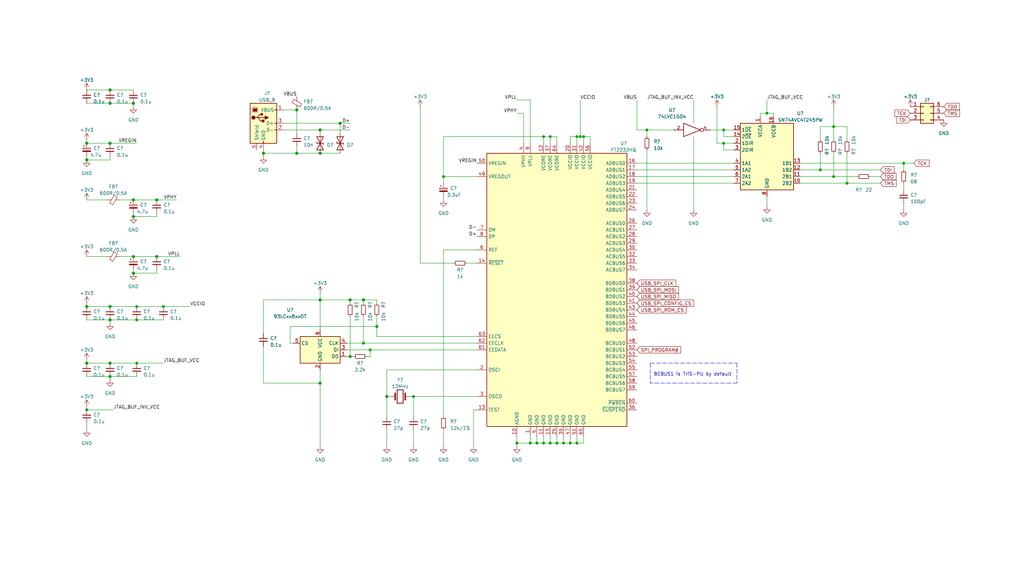
<source format=kicad_sch>
(kicad_sch (version 20210126) (generator eeschema)
  (paper "User" 389.992 219.989)
  (title_block (title "JTAG interface") (date "2021-04-24") (rev "A"))
  (lib_symbols
    (symbol "74xGxx:74LVC1G04" (pin_names (offset 1.016))
      (property "Reference" "U" (at -2.54 3.81 0))
      (property "Value" "74LVC1G04" (at 0 -3.81 0))
      (symbol "74LVC1G04_0_1"
        (polyline (pts (xy -3.81 2.54) (xy -3.81 -2.54) (xy 2.54 0) (xy -3.81 2.54)) (stroke (width 0.254)))
      )
      (symbol "74LVC1G04_1_1"
        (pin input line (at -7.62 0 0) (length 3.81) (name "~") (number "2"))
        (pin power_in line (at 0 -2.54 270) (length 0) hide (name "GND") (number "3"))
        (pin output inverted (at 6.35 0 180) (length 3.81) (name "~") (number "4"))
        (pin power_in line (at 0 2.54 90) (length 0) hide (name "VCC") (number "5"))
      )
    )
    (symbol "Connector:USB_B" (pin_names (offset 1.016))
      (property "Reference" "J" (at -5.08 11.43 0))
      (property "Value" "USB_B" (at -5.08 8.89 0))
      (symbol "USB_B_0_1"
        (circle (center -3.81 2.159) (radius 0.635) (stroke (width 0.254)) (fill (type outline)))
        (circle (center -0.635 3.429) (radius 0.381) (stroke (width 0.254)) (fill (type outline)))
        (rectangle (start -0.127 -7.62) (end 0.127 -6.858))
        (rectangle (start 5.08 -2.667) (end 4.318 -2.413))
        (rectangle (start 5.08 -0.127) (end 4.318 0.127))
        (rectangle (start 5.08 4.953) (end 4.318 5.207))
        (rectangle (start -3.81 5.588) (end -2.54 4.572) (fill (type outline)))
        (rectangle (start 0.254 1.27) (end -0.508 0.508) (stroke (width 0.254)) (fill (type outline)))
        (rectangle (start -5.08 -7.62) (end 5.08 7.62) (stroke (width 0.254)) (fill (type background)))
        (polyline (pts (xy -1.905 2.159) (xy 0.635 2.159)) (stroke (width 0.254)))
        (polyline (pts (xy -3.175 2.159) (xy -2.54 2.159) (xy -1.27 3.429) (xy -0.635 3.429)) (stroke (width 0.254)))
        (polyline (pts (xy -2.54 2.159) (xy -1.905 2.159) (xy -1.27 0.889) (xy 0 0.889)) (stroke (width 0.254)))
        (polyline (pts (xy -4.064 4.318) (xy -2.286 4.318) (xy -2.286 5.715) (xy -2.667 6.096) (xy -3.683 6.096) (xy -4.064 5.715) (xy -4.064 4.318)))
        (polyline (pts (xy 0.635 2.794) (xy 0.635 1.524) (xy 1.905 2.159) (xy 0.635 2.794)) (stroke (width 0.254)) (fill (type outline)))
      )
      (symbol "USB_B_1_1"
        (pin power_out line (at 7.62 5.08 180) (length 2.54) (name "VBUS") (number "1"))
        (pin bidirectional line (at 7.62 -2.54 180) (length 2.54) (name "D-") (number "2"))
        (pin bidirectional line (at 7.62 0 180) (length 2.54) (name "D+") (number "3"))
        (pin power_out line (at 0 -10.16 90) (length 2.54) (name "GND") (number "4"))
        (pin passive line (at -2.54 -10.16 90) (length 2.54) (name "Shield") (number "5"))
      )
    )
    (symbol "Connector_Generic:Conn_02x03_Counter_Clockwise" (pin_names (offset 1.016) hide)
      (property "Reference" "J" (at 1.27 5.08 0))
      (property "Value" "Conn_02x03_Counter_Clockwise" (at 1.27 -5.08 0))
      (symbol "Conn_02x03_Counter_Clockwise_1_1"
        (rectangle (start -1.27 -2.413) (end 0 -2.667) (stroke (width 0.1524)))
        (rectangle (start -1.27 0.127) (end 0 -0.127) (stroke (width 0.1524)))
        (rectangle (start -1.27 2.667) (end 0 2.413) (stroke (width 0.1524)))
        (rectangle (start 3.81 -2.413) (end 2.54 -2.667) (stroke (width 0.1524)))
        (rectangle (start 3.81 0.127) (end 2.54 -0.127) (stroke (width 0.1524)))
        (rectangle (start 3.81 2.667) (end 2.54 2.413) (stroke (width 0.1524)))
        (rectangle (start -1.27 3.81) (end 3.81 -3.81) (stroke (width 0.254)) (fill (type background)))
        (pin passive line (at -5.08 2.54 0) (length 3.81) (name "Pin_1") (number "1"))
        (pin passive line (at -5.08 0 0) (length 3.81) (name "Pin_2") (number "2"))
        (pin passive line (at -5.08 -2.54 0) (length 3.81) (name "Pin_3") (number "3"))
        (pin passive line (at 7.62 -2.54 180) (length 3.81) (name "Pin_4") (number "4"))
        (pin passive line (at 7.62 0 180) (length 3.81) (name "Pin_5") (number "5"))
        (pin passive line (at 7.62 2.54 180) (length 3.81) (name "Pin_6") (number "6"))
      )
    )
    (symbol "Device:C_Polarized_Small" (pin_numbers hide) (pin_names (offset 0.254) hide)
      (property "Reference" "C" (at 0.254 1.778 0))
      (property "Value" "C_Polarized_Small" (at 0.254 -2.032 0))
      (symbol "C_Polarized_Small_0_1"
        (rectangle (start -1.524 0.6858) (end 1.524 0.3048))
        (rectangle (start -1.524 -0.3048) (end 1.524 -0.6858) (fill (type outline)))
        (polyline (pts (xy -1.27 1.524) (xy -0.762 1.524)))
        (polyline (pts (xy -1.016 1.27) (xy -1.016 1.778)))
      )
      (symbol "C_Polarized_Small_1_1"
        (pin passive line (at 0 2.54 270) (length 1.8542) (name "~") (number "1"))
        (pin passive line (at 0 -2.54 90) (length 1.8542) (name "~") (number "2"))
      )
    )
    (symbol "Device:C_Small" (pin_numbers hide) (pin_names (offset 0.254) hide)
      (property "Reference" "C" (at 0.254 1.778 0))
      (property "Value" "C_Small" (at 0.254 -2.032 0))
      (symbol "C_Small_0_1"
        (polyline (pts (xy -1.524 -0.508) (xy 1.524 -0.508)) (stroke (width 0.3302)))
        (polyline (pts (xy -1.524 0.508) (xy 1.524 0.508)) (stroke (width 0.3048)))
      )
      (symbol "C_Small_1_1"
        (pin passive line (at 0 2.54 270) (length 2.032) (name "~") (number "1"))
        (pin passive line (at 0 -2.54 90) (length 2.032) (name "~") (number "2"))
      )
    )
    (symbol "Device:Crystal" (pin_numbers hide) (pin_names (offset 1.016) hide)
      (property "Reference" "Y" (at 0 3.81 0))
      (property "Value" "Crystal" (at 0 -3.81 0))
      (symbol "Crystal_0_1"
        (rectangle (start -1.143 2.54) (end 1.143 -2.54) (stroke (width 0.3048)))
        (polyline (pts (xy -2.54 0) (xy -1.905 0)))
        (polyline (pts (xy -1.905 -1.27) (xy -1.905 1.27)) (stroke (width 0.508)))
        (polyline (pts (xy 1.905 -1.27) (xy 1.905 1.27)) (stroke (width 0.508)))
        (polyline (pts (xy 2.54 0) (xy 1.905 0)))
      )
      (symbol "Crystal_1_1"
        (pin passive line (at -3.81 0 0) (length 1.27) (name "1") (number "1"))
        (pin passive line (at 3.81 0 180) (length 1.27) (name "2") (number "2"))
      )
    )
    (symbol "Device:D_TVS" (pin_numbers hide) (pin_names (offset 1.016) hide)
      (property "Reference" "D" (at 0 2.54 0))
      (property "Value" "D_TVS" (at 0 -2.54 0))
      (symbol "D_TVS_0_1"
        (polyline (pts (xy 1.27 0) (xy -1.27 0)))
        (polyline (pts (xy 0.508 1.27) (xy 0 1.27) (xy 0 -1.27) (xy -0.508 -1.27)) (stroke (width 0.254)))
        (polyline (pts (xy -2.54 1.27) (xy -2.54 -1.27) (xy 2.54 1.27) (xy 2.54 -1.27) (xy -2.54 1.27)) (stroke (width 0.254)))
      )
      (symbol "D_TVS_1_1"
        (pin passive line (at -3.81 0 0) (length 2.54) (name "A1") (number "1"))
        (pin passive line (at 3.81 0 180) (length 2.54) (name "A2") (number "2"))
      )
    )
    (symbol "Device:FerriteBead_Small" (pin_numbers hide) (pin_names (offset 0))
      (property "Reference" "FB" (at 1.905 1.27 0))
      (property "Value" "FerriteBead_Small" (at 1.905 -1.27 0))
      (symbol "FerriteBead_Small_0_1"
        (polyline (pts (xy 0 -1.27) (xy 0 -0.7874)))
        (polyline (pts (xy 0 0.889) (xy 0 1.2954)))
        (polyline (pts (xy -1.8288 0.2794) (xy -1.1176 1.4986) (xy 1.8288 -0.2032) (xy 1.1176 -1.4224) (xy -1.8288 0.2794)))
      )
      (symbol "FerriteBead_Small_1_1"
        (pin passive line (at 0 2.54 270) (length 1.27) (name "~") (number "1"))
        (pin passive line (at 0 -2.54 90) (length 1.27) (name "~") (number "2"))
      )
    )
    (symbol "Device:R_Small" (pin_numbers hide) (pin_names (offset 0.254) hide)
      (property "Reference" "R" (at 0.762 0.508 0))
      (property "Value" "R_Small" (at 0.762 -1.016 0))
      (symbol "R_Small_0_1"
        (rectangle (start -0.762 1.778) (end 0.762 -1.778) (stroke (width 0.2032)))
      )
      (symbol "R_Small_1_1"
        (pin passive line (at 0 2.54 270) (length 0.762) (name "~") (number "1"))
        (pin passive line (at 0 -2.54 90) (length 0.762) (name "~") (number "2"))
      )
    )
    (symbol "Interface_USB:FT2232HQ"
      (property "Reference" "U" (at -26.67 53.34 0))
      (property "Value" "FT2232HQ" (at 19.05 53.34 0))
      (symbol "FT2232HQ_0_1"
        (rectangle (start -26.67 -52.07) (end 26.67 52.07) (stroke (width 0.254)) (fill (type background)))
      )
      (symbol "FT2232HQ_1_1"
        (pin power_in line (at -10.16 -55.88 90) (length 3.81) (name "GND") (number "1"))
        (pin power_in line (at -15.24 -55.88 90) (length 3.81) (name "AGND") (number "10"))
        (pin power_in line (at -5.08 -55.88 90) (length 3.81) (name "GND") (number "11"))
        (pin power_in line (at -5.08 55.88 270) (length 3.81) (name "VCORE") (number "12"))
        (pin input line (at -30.48 -45.72 0) (length 3.81) (name "TEST") (number "13"))
        (pin input line (at -30.48 10.16 0) (length 3.81) (name "~RESET") (number "14"))
        (pin power_in line (at -2.54 -55.88 90) (length 3.81) (name "GND") (number "15"))
        (pin bidirectional line (at 30.48 48.26 180) (length 3.81) (name "ADBUS0") (number "16"))
        (pin bidirectional line (at 30.48 45.72 180) (length 3.81) (name "ADBUS1") (number "17"))
        (pin bidirectional line (at 30.48 43.18 180) (length 3.81) (name "ADBUS2") (number "18"))
        (pin bidirectional line (at 30.48 40.64 180) (length 3.81) (name "ADBUS3") (number "19"))
        (pin input line (at -30.48 -30.48 0) (length 3.81) (name "OSCI") (number "2"))
        (pin power_in line (at 5.08 55.88 270) (length 3.81) (name "VCCIO") (number "20"))
        (pin bidirectional line (at 30.48 38.1 180) (length 3.81) (name "ADBUS4") (number "21"))
        (pin bidirectional line (at 30.48 35.56 180) (length 3.81) (name "ADBUS5") (number "22"))
        (pin bidirectional line (at 30.48 33.02 180) (length 3.81) (name "ADBUS6") (number "23"))
        (pin bidirectional line (at 30.48 30.48 180) (length 3.81) (name "ADBUS7") (number "24"))
        (pin power_in line (at 0 -55.88 90) (length 3.81) (name "GND") (number "25"))
        (pin bidirectional line (at 30.48 25.4 180) (length 3.81) (name "ACBUS0") (number "26"))
        (pin bidirectional line (at 30.48 22.86 180) (length 3.81) (name "ACBUS1") (number "27"))
        (pin bidirectional line (at 30.48 20.32 180) (length 3.81) (name "ACBUS2") (number "28"))
        (pin bidirectional line (at 30.48 17.78 180) (length 3.81) (name "ACBUS3") (number "29"))
        (pin output line (at -30.48 -40.64 0) (length 3.81) (name "OSCO") (number "3"))
        (pin bidirectional line (at 30.48 15.24 180) (length 3.81) (name "ACBUS4") (number "30"))
        (pin power_in line (at 7.62 55.88 270) (length 3.81) (name "VCCIO") (number "31"))
        (pin bidirectional line (at 30.48 12.7 180) (length 3.81) (name "ACBUS5") (number "32"))
        (pin bidirectional line (at 30.48 10.16 180) (length 3.81) (name "ACBUS6") (number "33"))
        (pin bidirectional line (at 30.48 7.62 180) (length 3.81) (name "ACBUS7") (number "34"))
        (pin power_in line (at 2.54 -55.88 90) (length 3.81) (name "GND") (number "35"))
        (pin output line (at 30.48 -45.72 180) (length 3.81) (name "~SUSPEND") (number "36"))
        (pin power_in line (at -2.54 55.88 270) (length 3.81) (name "VCORE") (number "37"))
        (pin bidirectional line (at 30.48 2.54 180) (length 3.81) (name "BDBUS0") (number "38"))
        (pin bidirectional line (at 30.48 0 180) (length 3.81) (name "BDBUS1") (number "39"))
        (pin power_in line (at -12.7 55.88 270) (length 3.81) (name "VPHY") (number "4"))
        (pin bidirectional line (at 30.48 -2.54 180) (length 3.81) (name "BDBUS2") (number "40"))
        (pin bidirectional line (at 30.48 -5.08 180) (length 3.81) (name "BDBUS3") (number "41"))
        (pin power_in line (at 10.16 55.88 270) (length 3.81) (name "VCCIO") (number "42"))
        (pin bidirectional line (at 30.48 -7.62 180) (length 3.81) (name "BDBUS4") (number "43"))
        (pin bidirectional line (at 30.48 -10.16 180) (length 3.81) (name "BDBUS5") (number "44"))
        (pin bidirectional line (at 30.48 -12.7 180) (length 3.81) (name "BDBUS6") (number "45"))
        (pin bidirectional line (at 30.48 -15.24 180) (length 3.81) (name "BDBUS7") (number "46"))
        (pin power_in line (at 5.08 -55.88 90) (length 3.81) (name "GND") (number "47"))
        (pin bidirectional line (at 30.48 -20.32 180) (length 3.81) (name "BCBUS0") (number "48"))
        (pin power_out line (at -30.48 43.18 0) (length 3.81) (name "VREGOUT") (number "49"))
        (pin power_in line (at -7.62 -55.88 90) (length 3.81) (name "GND") (number "5"))
        (pin power_in line (at -30.48 48.26 0) (length 3.81) (name "VREGIN") (number "50"))
        (pin power_in line (at 7.62 -55.88 90) (length 3.81) (name "GND") (number "51"))
        (pin bidirectional line (at 30.48 -22.86 180) (length 3.81) (name "BCBUS1") (number "52"))
        (pin bidirectional line (at 30.48 -25.4 180) (length 3.81) (name "BCBUS2") (number "53"))
        (pin bidirectional line (at 30.48 -27.94 180) (length 3.81) (name "BCBUS3") (number "54"))
        (pin bidirectional line (at 30.48 -30.48 180) (length 3.81) (name "BCBUS4") (number "55"))
        (pin power_in line (at 12.7 55.88 270) (length 3.81) (name "VCCIO") (number "56"))
        (pin bidirectional line (at 30.48 -33.02 180) (length 3.81) (name "BCBUS5") (number "57"))
        (pin bidirectional line (at 30.48 -35.56 180) (length 3.81) (name "BCBUS6") (number "58"))
        (pin bidirectional line (at 30.48 -38.1 180) (length 3.81) (name "BCBUS7") (number "59"))
        (pin output line (at -30.48 15.24 0) (length 3.81) (name "REF") (number "6"))
        (pin output line (at 30.48 -43.18 180) (length 3.81) (name "~PWREN") (number "60"))
        (pin bidirectional line (at -30.48 -22.86 0) (length 3.81) (name "EEDATA") (number "61"))
        (pin output line (at -30.48 -20.32 0) (length 3.81) (name "EECLK") (number "62"))
        (pin output line (at -30.48 -17.78 0) (length 3.81) (name "EECS") (number "63"))
        (pin power_in line (at 0 55.88 270) (length 3.81) (name "VCORE") (number "64"))
        (pin power_in line (at 10.16 -55.88 90) (length 3.81) (name "GND") (number "65"))
        (pin bidirectional line (at -30.48 22.86 0) (length 3.81) (name "DM") (number "7"))
        (pin bidirectional line (at -30.48 20.32 0) (length 3.81) (name "DP") (number "8"))
        (pin input line (at -10.16 55.88 270) (length 3.81) (name "VPLL") (number "9"))
      )
    )
    (symbol "Logic_LevelTranslator:SN74AVC4T245PW"
      (property "Reference" "U" (at -8.89 13.97 0))
      (property "Value" "SN74AVC4T245PW" (at 12.7 13.97 0))
      (symbol "SN74AVC4T245PW_0_1"
        (rectangle (start -10.16 12.7) (end 10.16 -12.7) (stroke (width 0.254)) (fill (type background)))
      )
      (symbol "SN74AVC4T245PW_1_1"
        (pin power_in line (at -2.54 15.24 270) (length 2.54) (name "VCCA") (number "1"))
        (pin bidirectional line (at 12.7 -10.16 180) (length 2.54) (name "2B2") (number "10"))
        (pin bidirectional line (at 12.7 -7.62 180) (length 2.54) (name "2B1") (number "11"))
        (pin bidirectional line (at 12.7 -5.08 180) (length 2.54) (name "1B2") (number "12"))
        (pin bidirectional line (at 12.7 -2.54 180) (length 2.54) (name "1B1") (number "13"))
        (pin input line (at -12.7 7.62 0) (length 2.54) (name "2~OE") (number "14"))
        (pin input line (at -12.7 10.16 0) (length 2.54) (name "1~OE") (number "15"))
        (pin power_in line (at 2.54 15.24 270) (length 2.54) (name "VCCB") (number "16"))
        (pin input line (at -12.7 5.08 0) (length 2.54) (name "1DIR") (number "2"))
        (pin input line (at -12.7 2.54 0) (length 2.54) (name "2DIR") (number "3"))
        (pin bidirectional line (at -12.7 -2.54 0) (length 2.54) (name "1A1") (number "4"))
        (pin bidirectional line (at -12.7 -5.08 0) (length 2.54) (name "1A2") (number "5"))
        (pin bidirectional line (at -12.7 -7.62 0) (length 2.54) (name "2A1") (number "6"))
        (pin bidirectional line (at -12.7 -10.16 0) (length 2.54) (name "2A2") (number "7"))
        (pin power_in line (at 0 -15.24 90) (length 2.54) (name "GND") (number "8"))
        (pin passive line (at 0 -15.24 90) (length 2.54) hide (name "GND") (number "9"))
      )
    )
    (symbol "Memory_EEPROM:93LCxxBxxOT"
      (property "Reference" "U" (at -6.35 6.35 0))
      (property "Value" "93LCxxBxxOT" (at 7.62 -6.35 0))
      (symbol "93LCxxBxxOT_0_1"
        (rectangle (start -7.62 5.08) (end 7.62 -5.08) (stroke (width 0.254)) (fill (type background)))
      )
      (symbol "93LCxxBxxOT_1_1"
        (pin tri_state line (at 10.16 -2.54 180) (length 2.54) (name "DO") (number "1"))
        (pin power_in line (at 0 -7.62 90) (length 2.54) (name "GND") (number "2"))
        (pin input line (at 10.16 0 180) (length 2.54) (name "DI") (number "3"))
        (pin input line (at 10.16 2.54 180) (length 2.54) (name "CLK") (number "4"))
        (pin input line (at -10.16 2.54 0) (length 2.54) (name "CS") (number "5"))
        (pin power_in line (at 0 7.62 270) (length 2.54) (name "VCC") (number "6"))
      )
    )
    (symbol "power:+3V3" (power) (pin_names (offset 0))
      (property "Value" "+3V3" (at 0 3.556 0))
      (symbol "+3V3_0_1"
        (polyline (pts (xy -0.762 1.27) (xy 0 2.54)))
        (polyline (pts (xy 0 0) (xy 0 2.54)))
        (polyline (pts (xy 0 2.54) (xy 0.762 1.27)))
      )
      (symbol "+3V3_1_1"
        (pin power_in line (at 0 0 90) (length 0) hide (name "+3V3") (number "1"))
      )
    )
    (symbol "power:GND" (power) (pin_names (offset 0))
      (property "Value" "GND" (at 0 -3.81 0))
      (symbol "GND_0_1"
        (polyline (pts (xy 0 0) (xy 0 -1.27) (xy 1.27 -1.27) (xy 0 -2.54) (xy -1.27 -1.27) (xy 0 -1.27)))
      )
      (symbol "GND_1_1"
        (pin power_in line (at 0 0 270) (length 0) hide (name "GND") (number "1"))
      )
    )
  )
  (junction (at 33.02 54.61) (diameter 1.016))
  (junction (at 33.02 60.96) (diameter 1.016))
  (junction (at 33.02 116.84) (diameter 1.016))
  (junction (at 33.02 138.43) (diameter 1.016))
  (junction (at 33.02 156.21) (diameter 0.9144))
  (junction (at 41.91 34.29) (diameter 1.016))
  (junction (at 41.91 39.37) (diameter 1.016))
  (junction (at 41.91 54.61) (diameter 1.016))
  (junction (at 41.91 116.84) (diameter 1.016))
  (junction (at 41.91 121.92) (diameter 1.016))
  (junction (at 41.91 138.43) (diameter 1.016))
  (junction (at 41.91 143.51) (diameter 1.016))
  (junction (at 50.8 39.37) (diameter 1.016))
  (junction (at 50.8 76.2) (diameter 1.016))
  (junction (at 50.8 82.55) (diameter 1.016))
  (junction (at 50.8 97.79) (diameter 1.016))
  (junction (at 50.8 104.14) (diameter 1.016))
  (junction (at 52.07 116.84) (diameter 0.9144))
  (junction (at 52.07 121.92) (diameter 0.9144))
  (junction (at 52.07 138.43) (diameter 0.9144))
  (junction (at 59.69 76.2) (diameter 1.016))
  (junction (at 59.69 97.79) (diameter 1.016))
  (junction (at 62.23 116.84) (diameter 0.9144))
  (junction (at 100.33 58.42) (diameter 1.016))
  (junction (at 113.03 41.91) (diameter 1.016))
  (junction (at 113.03 58.42) (diameter 1.016))
  (junction (at 121.92 49.53) (diameter 1.016))
  (junction (at 121.92 58.42) (diameter 1.016))
  (junction (at 121.92 114.3) (diameter 1.016))
  (junction (at 121.92 146.05) (diameter 1.016))
  (junction (at 129.54 46.99) (diameter 1.016))
  (junction (at 133.35 114.3) (diameter 1.016))
  (junction (at 133.35 135.89) (diameter 1.016))
  (junction (at 138.43 114.3) (diameter 1.016))
  (junction (at 138.43 130.81) (diameter 0.9144))
  (junction (at 140.97 133.35) (diameter 0.9144))
  (junction (at 143.51 124.46) (diameter 1.016))
  (junction (at 147.32 151.13) (diameter 1.016))
  (junction (at 157.48 151.13) (diameter 0.9144))
  (junction (at 168.91 67.31) (diameter 0.9144))
  (junction (at 196.85 168.91) (diameter 0.9144))
  (junction (at 201.93 168.91) (diameter 0.9144))
  (junction (at 204.47 168.91) (diameter 0.9144))
  (junction (at 207.01 52.07) (diameter 0.9144))
  (junction (at 207.01 168.91) (diameter 0.9144))
  (junction (at 209.55 52.07) (diameter 0.9144))
  (junction (at 209.55 168.91) (diameter 0.9144))
  (junction (at 212.09 168.91) (diameter 0.9144))
  (junction (at 214.63 168.91) (diameter 0.9144))
  (junction (at 217.17 168.91) (diameter 0.9144))
  (junction (at 219.71 52.07) (diameter 0.9144))
  (junction (at 219.71 168.91) (diameter 0.9144))
  (junction (at 220.98 52.07) (diameter 0.9144))
  (junction (at 222.25 52.07) (diameter 0.9144))
  (junction (at 246.38 49.53) (diameter 0.9144))
  (junction (at 275.59 49.53) (diameter 0.9144))
  (junction (at 275.59 54.61) (diameter 0.9144))
  (junction (at 292.1 43.18) (diameter 0.9144))
  (junction (at 312.42 64.77) (diameter 0.9144))
  (junction (at 317.5 48.26) (diameter 0.9144))
  (junction (at 317.5 67.31) (diameter 0.9144))
  (junction (at 322.58 69.85) (diameter 0.9144))
  (junction (at 344.17 62.23) (diameter 0.9144))
  (wire (pts (xy 33.02 34.29) (xy 41.91 34.29)))
  (wire (pts (xy 33.02 39.37) (xy 41.91 39.37)))
  (wire (pts (xy 33.02 53.34) (xy 33.02 54.61)))
  (wire (pts (xy 33.02 54.61) (xy 41.91 54.61)))
  (wire (pts (xy 33.02 59.69) (xy 33.02 60.96)))
  (wire (pts (xy 33.02 76.2) (xy 40.64 76.2)))
  (wire (pts (xy 33.02 97.79) (xy 40.64 97.79)))
  (wire (pts (xy 33.02 115.57) (xy 33.02 116.84)))
  (wire (pts (xy 33.02 116.84) (xy 41.91 116.84)))
  (wire (pts (xy 33.02 121.92) (xy 41.91 121.92)))
  (wire (pts (xy 33.02 137.16) (xy 33.02 138.43)))
  (wire (pts (xy 33.02 138.43) (xy 41.91 138.43)))
  (wire (pts (xy 33.02 143.51) (xy 41.91 143.51)))
  (wire (pts (xy 33.02 154.94) (xy 33.02 156.21)))
  (wire (pts (xy 33.02 156.21) (xy 43.18 156.21)))
  (wire (pts (xy 33.02 161.29) (xy 33.02 163.83)))
  (wire (pts (xy 41.91 34.29) (xy 50.8 34.29)))
  (wire (pts (xy 41.91 39.37) (xy 50.8 39.37)))
  (wire (pts (xy 41.91 54.61) (xy 52.07 54.61)))
  (wire (pts (xy 41.91 59.69) (xy 41.91 60.96)))
  (wire (pts (xy 41.91 60.96) (xy 33.02 60.96)))
  (wire (pts (xy 41.91 116.84) (xy 52.07 116.84)))
  (wire (pts (xy 41.91 121.92) (xy 41.91 123.19)))
  (wire (pts (xy 41.91 121.92) (xy 52.07 121.92)))
  (wire (pts (xy 41.91 138.43) (xy 52.07 138.43)))
  (wire (pts (xy 41.91 143.51) (xy 41.91 144.78)))
  (wire (pts (xy 41.91 143.51) (xy 52.07 143.51)))
  (wire (pts (xy 45.72 76.2) (xy 50.8 76.2)))
  (wire (pts (xy 45.72 97.79) (xy 50.8 97.79)))
  (wire (pts (xy 50.8 39.37) (xy 50.8 40.64)))
  (wire (pts (xy 50.8 76.2) (xy 59.69 76.2)))
  (wire (pts (xy 50.8 81.28) (xy 50.8 82.55)))
  (wire (pts (xy 50.8 97.79) (xy 59.69 97.79)))
  (wire (pts (xy 50.8 102.87) (xy 50.8 104.14)))
  (wire (pts (xy 52.07 116.84) (xy 62.23 116.84)))
  (wire (pts (xy 52.07 121.92) (xy 62.23 121.92)))
  (wire (pts (xy 52.07 138.43) (xy 62.23 138.43)))
  (wire (pts (xy 59.69 76.2) (xy 67.31 76.2)))
  (wire (pts (xy 59.69 81.28) (xy 59.69 82.55)))
  (wire (pts (xy 59.69 82.55) (xy 50.8 82.55)))
  (wire (pts (xy 59.69 97.79) (xy 68.58 97.79)))
  (wire (pts (xy 59.69 102.87) (xy 59.69 104.14)))
  (wire (pts (xy 59.69 104.14) (xy 50.8 104.14)))
  (wire (pts (xy 62.23 116.84) (xy 72.39 116.84)))
  (wire (pts (xy 100.33 57.15) (xy 100.33 58.42)))
  (wire (pts (xy 100.33 58.42) (xy 100.33 59.69)))
  (wire (pts (xy 100.33 58.42) (xy 113.03 58.42)))
  (wire (pts (xy 100.33 114.3) (xy 100.33 127)))
  (wire (pts (xy 100.33 114.3) (xy 121.92 114.3)))
  (wire (pts (xy 100.33 132.08) (xy 100.33 146.05)))
  (wire (pts (xy 100.33 146.05) (xy 121.92 146.05)))
  (wire (pts (xy 107.95 41.91) (xy 113.03 41.91)))
  (wire (pts (xy 107.95 46.99) (xy 129.54 46.99)))
  (wire (pts (xy 107.95 49.53) (xy 121.92 49.53)))
  (wire (pts (xy 110.49 124.46) (xy 143.51 124.46)))
  (wire (pts (xy 110.49 130.81) (xy 110.49 124.46)))
  (wire (pts (xy 111.76 130.81) (xy 110.49 130.81)))
  (wire (pts (xy 113.03 41.91) (xy 113.03 50.8)))
  (wire (pts (xy 113.03 55.88) (xy 113.03 58.42)))
  (wire (pts (xy 113.03 58.42) (xy 121.92 58.42)))
  (wire (pts (xy 121.92 49.53) (xy 121.92 50.8)))
  (wire (pts (xy 121.92 49.53) (xy 133.35 49.53)))
  (wire (pts (xy 121.92 58.42) (xy 129.54 58.42)))
  (wire (pts (xy 121.92 111.76) (xy 121.92 114.3)))
  (wire (pts (xy 121.92 114.3) (xy 121.92 125.73)))
  (wire (pts (xy 121.92 114.3) (xy 133.35 114.3)))
  (wire (pts (xy 121.92 140.97) (xy 121.92 146.05)))
  (wire (pts (xy 121.92 146.05) (xy 121.92 170.18)))
  (wire (pts (xy 129.54 46.99) (xy 129.54 50.8)))
  (wire (pts (xy 129.54 46.99) (xy 133.35 46.99)))
  (wire (pts (xy 132.08 130.81) (xy 138.43 130.81)))
  (wire (pts (xy 132.08 133.35) (xy 140.97 133.35)))
  (wire (pts (xy 132.08 135.89) (xy 133.35 135.89)))
  (wire (pts (xy 133.35 114.3) (xy 133.35 115.57)))
  (wire (pts (xy 133.35 114.3) (xy 138.43 114.3)))
  (wire (pts (xy 133.35 120.65) (xy 133.35 135.89)))
  (wire (pts (xy 133.35 135.89) (xy 134.62 135.89)))
  (wire (pts (xy 138.43 114.3) (xy 138.43 115.57)))
  (wire (pts (xy 138.43 114.3) (xy 143.51 114.3)))
  (wire (pts (xy 138.43 120.65) (xy 138.43 130.81)))
  (wire (pts (xy 138.43 130.81) (xy 181.61 130.81)))
  (wire (pts (xy 139.7 135.89) (xy 140.97 135.89)))
  (wire (pts (xy 140.97 133.35) (xy 181.61 133.35)))
  (wire (pts (xy 140.97 135.89) (xy 140.97 133.35)))
  (wire (pts (xy 143.51 114.3) (xy 143.51 115.57)))
  (wire (pts (xy 143.51 120.65) (xy 143.51 124.46)))
  (wire (pts (xy 143.51 124.46) (xy 143.51 128.27)))
  (wire (pts (xy 143.51 128.27) (xy 181.61 128.27)))
  (wire (pts (xy 147.32 140.97) (xy 147.32 151.13)))
  (wire (pts (xy 147.32 140.97) (xy 181.61 140.97)))
  (wire (pts (xy 147.32 151.13) (xy 147.32 158.75)))
  (wire (pts (xy 147.32 151.13) (xy 148.59 151.13)))
  (wire (pts (xy 147.32 163.83) (xy 147.32 170.18)))
  (wire (pts (xy 156.21 151.13) (xy 157.48 151.13)))
  (wire (pts (xy 157.48 151.13) (xy 157.48 158.75)))
  (wire (pts (xy 157.48 151.13) (xy 181.61 151.13)))
  (wire (pts (xy 157.48 163.83) (xy 157.48 170.18)))
  (wire (pts (xy 160.02 40.64) (xy 160.02 100.33)))
  (wire (pts (xy 168.91 52.07) (xy 207.01 52.07)))
  (wire (pts (xy 168.91 67.31) (xy 168.91 52.07)))
  (wire (pts (xy 168.91 67.31) (xy 181.61 67.31)))
  (wire (pts (xy 168.91 69.85) (xy 168.91 67.31)))
  (wire (pts (xy 168.91 74.93) (xy 168.91 76.2)))
  (wire (pts (xy 168.91 95.25) (xy 168.91 158.75)))
  (wire (pts (xy 168.91 95.25) (xy 181.61 95.25)))
  (wire (pts (xy 168.91 163.83) (xy 168.91 170.18)))
  (wire (pts (xy 172.72 100.33) (xy 160.02 100.33)))
  (wire (pts (xy 177.8 100.33) (xy 181.61 100.33)))
  (wire (pts (xy 180.34 156.21) (xy 180.34 170.18)))
  (wire (pts (xy 181.61 156.21) (xy 180.34 156.21)))
  (wire (pts (xy 196.85 38.1) (xy 201.93 38.1)))
  (wire (pts (xy 196.85 166.37) (xy 196.85 168.91)))
  (wire (pts (xy 196.85 168.91) (xy 196.85 170.18)))
  (wire (pts (xy 196.85 168.91) (xy 201.93 168.91)))
  (wire (pts (xy 199.39 43.18) (xy 196.85 43.18)))
  (wire (pts (xy 199.39 43.18) (xy 199.39 54.61)))
  (wire (pts (xy 201.93 38.1) (xy 201.93 54.61)))
  (wire (pts (xy 201.93 166.37) (xy 201.93 168.91)))
  (wire (pts (xy 201.93 168.91) (xy 204.47 168.91)))
  (wire (pts (xy 204.47 166.37) (xy 204.47 168.91)))
  (wire (pts (xy 204.47 168.91) (xy 207.01 168.91)))
  (wire (pts (xy 207.01 52.07) (xy 207.01 54.61)))
  (wire (pts (xy 207.01 52.07) (xy 209.55 52.07)))
  (wire (pts (xy 207.01 166.37) (xy 207.01 168.91)))
  (wire (pts (xy 207.01 168.91) (xy 209.55 168.91)))
  (wire (pts (xy 209.55 52.07) (xy 209.55 54.61)))
  (wire (pts (xy 209.55 52.07) (xy 212.09 52.07)))
  (wire (pts (xy 209.55 166.37) (xy 209.55 168.91)))
  (wire (pts (xy 209.55 168.91) (xy 212.09 168.91)))
  (wire (pts (xy 212.09 52.07) (xy 212.09 54.61)))
  (wire (pts (xy 212.09 166.37) (xy 212.09 168.91)))
  (wire (pts (xy 212.09 168.91) (xy 214.63 168.91)))
  (wire (pts (xy 214.63 166.37) (xy 214.63 168.91)))
  (wire (pts (xy 214.63 168.91) (xy 217.17 168.91)))
  (wire (pts (xy 217.17 52.07) (xy 219.71 52.07)))
  (wire (pts (xy 217.17 54.61) (xy 217.17 52.07)))
  (wire (pts (xy 217.17 166.37) (xy 217.17 168.91)))
  (wire (pts (xy 217.17 168.91) (xy 219.71 168.91)))
  (wire (pts (xy 219.71 52.07) (xy 219.71 54.61)))
  (wire (pts (xy 219.71 52.07) (xy 220.98 52.07)))
  (wire (pts (xy 219.71 166.37) (xy 219.71 168.91)))
  (wire (pts (xy 219.71 168.91) (xy 222.25 168.91)))
  (wire (pts (xy 220.98 38.1) (xy 220.98 52.07)))
  (wire (pts (xy 222.25 52.07) (xy 220.98 52.07)))
  (wire (pts (xy 222.25 52.07) (xy 222.25 54.61)))
  (wire (pts (xy 222.25 166.37) (xy 222.25 168.91)))
  (wire (pts (xy 224.79 52.07) (xy 222.25 52.07)))
  (wire (pts (xy 224.79 54.61) (xy 224.79 52.07)))
  (wire (pts (xy 242.57 38.1) (xy 242.57 49.53)))
  (wire (pts (xy 242.57 49.53) (xy 246.38 49.53)))
  (wire (pts (xy 242.57 62.23) (xy 279.4 62.23)))
  (wire (pts (xy 242.57 64.77) (xy 279.4 64.77)))
  (wire (pts (xy 242.57 67.31) (xy 279.4 67.31)))
  (wire (pts (xy 242.57 69.85) (xy 279.4 69.85)))
  (wire (pts (xy 246.38 49.53) (xy 246.38 52.07)))
  (wire (pts (xy 246.38 49.53) (xy 256.54 49.53)))
  (wire (pts (xy 246.38 57.15) (xy 246.38 80.01)))
  (wire (pts (xy 264.16 38.1) (xy 264.16 46.99)))
  (wire (pts (xy 264.16 52.07) (xy 264.16 80.01)))
  (wire (pts (xy 270.51 49.53) (xy 275.59 49.53)))
  (wire (pts (xy 273.05 54.61) (xy 273.05 40.64)))
  (wire (pts (xy 273.05 54.61) (xy 275.59 54.61)))
  (wire (pts (xy 275.59 49.53) (xy 279.4 49.53)))
  (wire (pts (xy 275.59 52.07) (xy 275.59 49.53)))
  (wire (pts (xy 275.59 54.61) (xy 275.59 57.15)))
  (wire (pts (xy 279.4 52.07) (xy 275.59 52.07)))
  (wire (pts (xy 279.4 54.61) (xy 275.59 54.61)))
  (wire (pts (xy 279.4 57.15) (xy 275.59 57.15)))
  (wire (pts (xy 289.56 43.18) (xy 292.1 43.18)))
  (wire (pts (xy 289.56 44.45) (xy 289.56 43.18)))
  (wire (pts (xy 292.1 38.1) (xy 292.1 43.18)))
  (wire (pts (xy 292.1 43.18) (xy 294.64 43.18)))
  (wire (pts (xy 292.1 74.93) (xy 292.1 78.74)))
  (wire (pts (xy 294.64 44.45) (xy 294.64 43.18)))
  (wire (pts (xy 304.8 62.23) (xy 344.17 62.23)))
  (wire (pts (xy 304.8 64.77) (xy 312.42 64.77)))
  (wire (pts (xy 304.8 67.31) (xy 317.5 67.31)))
  (wire (pts (xy 304.8 69.85) (xy 322.58 69.85)))
  (wire (pts (xy 312.42 48.26) (xy 317.5 48.26)))
  (wire (pts (xy 312.42 53.34) (xy 312.42 48.26)))
  (wire (pts (xy 312.42 58.42) (xy 312.42 64.77)))
  (wire (pts (xy 312.42 64.77) (xy 335.28 64.77)))
  (wire (pts (xy 317.5 40.64) (xy 317.5 48.26)))
  (wire (pts (xy 317.5 48.26) (xy 317.5 53.34)))
  (wire (pts (xy 317.5 58.42) (xy 317.5 67.31)))
  (wire (pts (xy 317.5 67.31) (xy 326.39 67.31)))
  (wire (pts (xy 322.58 48.26) (xy 317.5 48.26)))
  (wire (pts (xy 322.58 53.34) (xy 322.58 48.26)))
  (wire (pts (xy 322.58 58.42) (xy 322.58 69.85)))
  (wire (pts (xy 322.58 69.85) (xy 335.28 69.85)))
  (wire (pts (xy 331.47 67.31) (xy 335.28 67.31)))
  (wire (pts (xy 344.17 62.23) (xy 347.98 62.23)))
  (wire (pts (xy 344.17 64.77) (xy 344.17 62.23)))
  (wire (pts (xy 344.17 69.85) (xy 344.17 72.39)))
  (wire (pts (xy 344.17 77.47) (xy 344.17 80.01)))
  (polyline (pts (xy 247.65 138.43) (xy 247.65 146.05)) (stroke (width 0) (type dash)))
  (polyline (pts (xy 247.65 138.43) (xy 280.67 138.43)) (stroke (width 0) (type dash)))
  (polyline (pts (xy 280.67 138.43) (xy 280.67 146.05)) (stroke (width 0) (type dash)))
  (polyline (pts (xy 280.67 146.05) (xy 247.65 146.05)) (stroke (width 0) (type dash)))
  (text "BCBUS1 is TriS-PU by default" (at 248.92 143.51 0) (effects (font (size 1.27 1.27)) (justify left bottom)))
  (label "JTAG_BUF_INV_VCC" (at 43.18 156.21 0))
  (label "VREGIN" (at 52.07 54.61 180))
  (label "JTAG_BUF_VCC" (at 62.23 138.43 0))
  (label "VPHY" (at 67.31 76.2 180))
  (label "VPLL" (at 68.58 97.79 180))
  (label "VCCIO" (at 72.39 116.84 0))
  (label "VBUS" (at 113.03 36.83 180))
  (label "D+" (at 133.35 46.99 180))
  (label "D-" (at 133.35 49.53 180))
  (label "VREGIN" (at 181.61 62.23 180))
  (label "D-" (at 181.61 87.63 180))
  (label "D+" (at 181.61 90.17 180))
  (label "VPLL" (at 196.85 38.1 180))
  (label "VPHY" (at 196.85 43.18 180))
  (label "VCCIO" (at 220.98 38.1 0))
  (label "VBUS" (at 242.57 38.1 180))
  (label "JTAG_BUF_INV_VCC" (at 264.16 38.1 180))
  (label "JTAG_BUF_VCC" (at 292.1 38.1 0))
  (global_label "USB_SPI_CLK" (shape input) (at 242.57 107.95 0) (property "Intersheet References" "${INTERSHEET_REFS}" (effects hide)))
  (global_label "USB_SPI_MOSI" (shape input) (at 242.57 110.49 0) (property "Intersheet References" "${INTERSHEET_REFS}" (effects hide)))
  (global_label "USB_SPI_MISO" (shape input) (at 242.57 113.03 0) (property "Intersheet References" "${INTERSHEET_REFS}" (effects hide)))
  (global_label "USB_SPI_CONFIG_CS" (shape input) (at 242.57 115.57 0) (property "Intersheet References" "${INTERSHEET_REFS}" (effects hide)))
  (global_label "USB_SPI_ROM_CS" (shape input) (at 242.57 118.11 0) (property "Intersheet References" "${INTERSHEET_REFS}" (effects hide)))
  (global_label "SPI_PROGRAM#" (shape input) (at 242.57 133.35 0) (property "Intersheet References" "${INTERSHEET_REFS}" (effects hide)))
  (global_label "TDI" (shape input) (at 335.28 64.77 0) (property "Intersheet References" "${INTERSHEET_REFS}" (effects hide)))
  (global_label "TDO" (shape input) (at 335.28 67.31 0) (property "Intersheet References" "${INTERSHEET_REFS}" (effects hide)))
  (global_label "TMS" (shape input) (at 335.28 69.85 0) (property "Intersheet References" "${INTERSHEET_REFS}" (effects hide)))
  (global_label "TCK" (shape input) (at 346.71 43.18 180) (property "Intersheet References" "${INTERSHEET_REFS}" (effects hide)))
  (global_label "TDI" (shape input) (at 346.71 45.72 180) (property "Intersheet References" "${INTERSHEET_REFS}" (effects hide)))
  (global_label "TCK" (shape input) (at 347.98 62.23 0) (property "Intersheet References" "${INTERSHEET_REFS}" (effects hide)))
  (global_label "TDO" (shape input) (at 359.41 40.64 0) (property "Intersheet References" "${INTERSHEET_REFS}" (effects hide)))
  (global_label "TMS" (shape input) (at 359.41 43.18 0) (property "Intersheet References" "${INTERSHEET_REFS}" (effects hide)))
  (symbol (lib_id "power:+3V3") (at 33.02 34.29 0) (unit 1)
    (property "Reference" "#PWR?" (effects hide))
    (property "Value" "+3V3" (at 33.02 30.48 0))
  )
  (symbol (lib_id "power:+3V3") (at 33.02 53.34 0) (unit 1)
    (property "Reference" "#PWR?" (effects hide))
    (property "Value" "+3V3" (at 33.02 49.53 0))
  )
  (symbol (lib_id "power:+3V3") (at 33.02 76.2 0) (unit 1)
    (property "Reference" "#PWR?" (effects hide))
    (property "Value" "+3V3" (at 33.02 72.39 0))
  )
  (symbol (lib_id "power:+3V3") (at 33.02 97.79 0) (unit 1)
    (property "Reference" "#PWR?" (effects hide))
    (property "Value" "+3V3" (at 33.02 93.98 0))
  )
  (symbol (lib_id "power:+3V3") (at 33.02 115.57 0) (unit 1)
    (property "Reference" "#PWR?" (effects hide))
    (property "Value" "+3V3" (at 33.02 111.76 0))
  )
  (symbol (lib_id "power:+3V3") (at 33.02 137.16 0) (unit 1)
    (property "Reference" "#PWR?" (effects hide))
    (property "Value" "+3V3" (at 33.02 133.35 0))
  )
  (symbol (lib_id "power:+3V3") (at 33.02 154.94 0) (unit 1)
    (property "Reference" "#PWR?" (effects hide))
    (property "Value" "+3V3" (at 33.02 151.13 0))
  )
  (symbol (lib_id "power:+3V3") (at 121.92 111.76 0) (unit 1)
    (property "Reference" "#PWR?" (effects hide))
    (property "Value" "+3V3" (at 121.92 107.95 0))
  )
  (symbol (lib_id "power:+3V3") (at 160.02 40.64 0) (unit 1)
    (property "Reference" "#PWR?" (effects hide))
    (property "Value" "+3V3" (at 160.02 36.83 0))
  )
  (symbol (lib_id "power:+3V3") (at 273.05 40.64 0) (unit 1)
    (property "Reference" "#PWR?" (effects hide))
    (property "Value" "+3V3" (at 273.05 36.83 0))
  )
  (symbol (lib_id "power:+3V3") (at 317.5 40.64 0) (unit 1)
    (property "Reference" "#PWR?" (effects hide))
    (property "Value" "+3V3" (at 317.5 36.83 0))
  )
  (symbol (lib_id "power:+3V3") (at 346.71 40.64 0) (unit 1)
    (property "Reference" "#PWR?" (effects hide))
    (property "Value" "+3V3" (at 346.71 36.83 0))
  )
  (symbol (lib_id "power:GND") (at 33.02 60.96 0) (unit 1)
    (property "Reference" "#PWR?" (effects hide))
    (property "Value" "GND" (at 33.02 66.04 0))
  )
  (symbol (lib_id "power:GND") (at 33.02 163.83 0) (unit 1)
    (property "Reference" "#PWR?" (effects hide))
    (property "Value" "GND" (at 33.02 168.91 0))
  )
  (symbol (lib_id "power:GND") (at 41.91 123.19 0) (unit 1)
    (property "Reference" "#PWR?" (effects hide))
    (property "Value" "GND" (at 41.91 128.27 0))
  )
  (symbol (lib_id "power:GND") (at 41.91 144.78 0) (unit 1)
    (property "Reference" "#PWR?" (effects hide))
    (property "Value" "GND" (at 41.91 149.86 0))
  )
  (symbol (lib_id "power:GND") (at 50.8 40.64 0) (unit 1)
    (property "Reference" "#PWR?" (effects hide))
    (property "Value" "GND" (at 50.8 45.72 0))
  )
  (symbol (lib_id "power:GND") (at 50.8 82.55 0) (unit 1)
    (property "Reference" "#PWR?" (effects hide))
    (property "Value" "GND" (at 50.8 87.63 0))
  )
  (symbol (lib_id "power:GND") (at 50.8 104.14 0) (unit 1)
    (property "Reference" "#PWR?" (effects hide))
    (property "Value" "GND" (at 50.8 109.22 0))
  )
  (symbol (lib_id "power:GND") (at 100.33 59.69 0) (unit 1)
    (property "Reference" "#PWR?" (effects hide))
    (property "Value" "GND" (at 100.33 64.77 0))
  )
  (symbol (lib_id "power:GND") (at 121.92 170.18 0) (unit 1)
    (property "Reference" "#PWR?" (effects hide))
    (property "Value" "GND" (at 121.92 175.26 0))
  )
  (symbol (lib_id "power:GND") (at 147.32 170.18 0) (unit 1)
    (property "Reference" "#PWR?" (effects hide))
    (property "Value" "GND" (at 147.32 175.26 0))
  )
  (symbol (lib_id "power:GND") (at 157.48 170.18 0) (unit 1)
    (property "Reference" "#PWR?" (effects hide))
    (property "Value" "GND" (at 157.48 175.26 0))
  )
  (symbol (lib_id "power:GND") (at 168.91 76.2 0) (unit 1)
    (property "Reference" "#PWR?" (effects hide))
    (property "Value" "GND" (at 168.91 81.28 0))
  )
  (symbol (lib_id "power:GND") (at 168.91 170.18 0) (unit 1)
    (property "Reference" "#PWR?" (effects hide))
    (property "Value" "GND" (at 168.91 175.26 0))
  )
  (symbol (lib_id "power:GND") (at 180.34 170.18 0) (unit 1)
    (property "Reference" "#PWR?" (effects hide))
    (property "Value" "GND" (at 180.34 175.26 0))
  )
  (symbol (lib_id "power:GND") (at 196.85 170.18 0) (unit 1)
    (property "Reference" "#PWR?" (effects hide))
    (property "Value" "GND" (at 196.85 175.26 0))
  )
  (symbol (lib_id "power:GND") (at 246.38 80.01 0) (unit 1)
    (property "Reference" "#PWR?" (effects hide))
    (property "Value" "GND" (at 246.38 85.09 0))
  )
  (symbol (lib_id "power:GND") (at 264.16 80.01 0) (unit 1)
    (property "Reference" "#PWR?" (effects hide))
    (property "Value" "GND" (at 264.16 85.09 0))
  )
  (symbol (lib_id "power:GND") (at 292.1 78.74 0) (unit 1)
    (property "Reference" "#PWR?" (effects hide))
    (property "Value" "GND" (at 292.1 83.82 0))
  )
  (symbol (lib_id "power:GND") (at 344.17 80.01 0) (unit 1)
    (property "Reference" "#PWR?" (effects hide))
    (property "Value" "GND" (at 344.17 85.09 0))
  )
  (symbol (lib_id "power:GND") (at 359.41 45.72 0) (unit 1)
    (property "Reference" "#PWR?" (effects hide))
    (property "Value" "GND" (at 359.41 50.8 0))
  )
  (symbol (lib_id "Device:R_Small") (at 133.35 118.11 0) (unit 1)
    (property "Reference" "R?" (at 135.89 117.4749 90) (effects (justify left)))
    (property "Value" "10k" (at 135.89 122.5549 90) (effects (justify left)))
  )
  (symbol (lib_id "Device:R_Small") (at 137.16 135.89 270) (unit 1)
    (property "Reference" "R?" (at 137.16 138.43 90))
    (property "Value" "2.2k" (at 137.16 140.97 90))
  )
  (symbol (lib_id "Device:R_Small") (at 138.43 118.11 0) (unit 1)
    (property "Reference" "R?" (at 140.97 117.4749 90) (effects (justify left)))
    (property "Value" "10k" (at 140.97 122.5549 90) (effects (justify left)))
  )
  (symbol (lib_id "Device:R_Small") (at 143.51 118.11 0) (unit 1)
    (property "Reference" "R?" (at 146.05 117.4749 90) (effects (justify left)))
    (property "Value" "10k" (at 146.05 122.5549 90) (effects (justify left)))
  )
  (symbol (lib_id "Device:R_Small") (at 168.91 161.29 0) (unit 1)
    (property "Reference" "R?" (at 171.45 160.6549 0) (effects (justify left)))
    (property "Value" "12k/1%" (at 171.45 163.1949 0) (effects (justify left)))
  )
  (symbol (lib_id "Device:R_Small") (at 175.26 100.33 270) (unit 1)
    (property "Reference" "R?" (at 175.26 102.87 90))
    (property "Value" "1k" (at 175.26 105.41 90))
  )
  (symbol (lib_id "Device:R_Small") (at 246.38 54.61 0) (unit 1)
    (property "Reference" "R?" (at 248.92 53.9749 0) (effects (justify left)))
    (property "Value" "10k" (at 248.92 56.5149 0) (effects (justify left)))
  )
  (symbol (lib_id "Device:R_Small") (at 312.42 55.88 0) (unit 1)
    (property "Reference" "R?" (at 314.96 59.0549 90) (effects (justify left)))
    (property "Value" "10k" (at 314.96 55.2449 90) (effects (justify left)))
  )
  (symbol (lib_id "Device:R_Small") (at 317.5 55.88 0) (unit 1)
    (property "Reference" "R?" (at 320.04 59.0549 90) (effects (justify left)))
    (property "Value" "10k" (at 320.04 55.2449 90) (effects (justify left)))
  )
  (symbol (lib_id "Device:R_Small") (at 322.58 55.88 0) (unit 1)
    (property "Reference" "R?" (at 325.12 59.0549 90) (effects (justify left)))
    (property "Value" "10k" (at 325.12 55.2449 90) (effects (justify left)))
  )
  (symbol (lib_id "Device:R_Small") (at 328.93 67.31 270) (unit 1)
    (property "Reference" "R?" (at 325.7551 72.39 90) (effects (justify left)))
    (property "Value" "22" (at 329.5651 72.39 90) (effects (justify left)))
  )
  (symbol (lib_id "Device:R_Small") (at 344.17 67.31 0) (unit 1)
    (property "Reference" "R?" (at 346.71 66.6749 0) (effects (justify left)))
    (property "Value" "68" (at 346.71 69.2149 0) (effects (justify left)))
  )
  (symbol (lib_id "Device:C_Polarized_Small") (at 33.02 57.15 0) (unit 1)
    (property "Reference" "C?" (at 35.56 56.5149 0) (effects (justify left)))
    (property "Value" "4.7u" (at 34.29 59.0549 0) (effects (justify left)))
  )
  (symbol (lib_id "Device:C_Polarized_Small") (at 50.8 78.74 0) (unit 1)
    (property "Reference" "C?" (at 53.34 78.1049 0) (effects (justify left)))
    (property "Value" "4.7u" (at 52.07 80.6449 0) (effects (justify left)))
  )
  (symbol (lib_id "Device:C_Polarized_Small") (at 50.8 100.33 0) (unit 1)
    (property "Reference" "C?" (at 53.34 99.6949 0) (effects (justify left)))
    (property "Value" "4.7u" (at 52.07 102.2349 0) (effects (justify left)))
  )
  (symbol (lib_id "Device:C_Polarized_Small") (at 168.91 72.39 0) (unit 1)
    (property "Reference" "C?" (at 171.45 71.7549 0) (effects (justify left)))
    (property "Value" "3.3uF" (at 170.18 74.2949 0) (effects (justify left)))
  )
  (symbol (lib_id "Device:C_Small") (at 33.02 36.83 0) (unit 1)
    (property "Reference" "C?" (at 35.56 36.1949 0) (effects (justify left)))
    (property "Value" "0.1u" (at 35.56 38.7349 0) (effects (justify left)))
  )
  (symbol (lib_id "Device:C_Small") (at 33.02 119.38 0) (unit 1)
    (property "Reference" "C?" (at 35.56 118.7449 0) (effects (justify left)))
    (property "Value" "0.1u" (at 35.56 121.2849 0) (effects (justify left)))
  )
  (symbol (lib_id "Device:C_Small") (at 33.02 140.97 0) (unit 1)
    (property "Reference" "C?" (at 35.56 140.3349 0) (effects (justify left)))
    (property "Value" "0.1u" (at 35.56 142.8749 0) (effects (justify left)))
  )
  (symbol (lib_id "Device:C_Small") (at 33.02 158.75 0) (unit 1)
    (property "Reference" "C?" (at 35.56 158.1149 0) (effects (justify left)))
    (property "Value" "0.1u" (at 35.56 160.6549 0) (effects (justify left)))
  )
  (symbol (lib_id "Device:C_Small") (at 41.91 36.83 0) (unit 1)
    (property "Reference" "C?" (at 44.45 36.1949 0) (effects (justify left)))
    (property "Value" "0.1u" (at 44.45 38.7349 0) (effects (justify left)))
  )
  (symbol (lib_id "Device:C_Small") (at 41.91 57.15 0) (unit 1)
    (property "Reference" "C?" (at 44.45 56.5149 0) (effects (justify left)))
    (property "Value" "0.1u" (at 44.45 59.0549 0) (effects (justify left)))
  )
  (symbol (lib_id "Device:C_Small") (at 41.91 119.38 0) (unit 1)
    (property "Reference" "C?" (at 44.45 118.7449 0) (effects (justify left)))
    (property "Value" "0.1u" (at 44.45 121.2849 0) (effects (justify left)))
  )
  (symbol (lib_id "Device:C_Small") (at 41.91 140.97 0) (unit 1)
    (property "Reference" "C?" (at 44.45 140.3349 0) (effects (justify left)))
    (property "Value" "0.1u" (at 44.45 142.8749 0) (effects (justify left)))
  )
  (symbol (lib_id "Device:C_Small") (at 50.8 36.83 0) (unit 1)
    (property "Reference" "C?" (at 53.34 36.1949 0) (effects (justify left)))
    (property "Value" "0.1u" (at 53.34 38.7349 0) (effects (justify left)))
  )
  (symbol (lib_id "Device:C_Small") (at 52.07 119.38 0) (unit 1)
    (property "Reference" "C?" (at 54.61 118.7449 0) (effects (justify left)))
    (property "Value" "0.1u" (at 54.61 121.2849 0) (effects (justify left)))
  )
  (symbol (lib_id "Device:C_Small") (at 52.07 140.97 0) (unit 1)
    (property "Reference" "C?" (at 54.61 140.3349 0) (effects (justify left)))
    (property "Value" "0.1u" (at 54.61 142.8749 0) (effects (justify left)))
  )
  (symbol (lib_id "Device:C_Small") (at 59.69 78.74 0) (unit 1)
    (property "Reference" "C?" (at 62.23 78.1049 0) (effects (justify left)))
    (property "Value" "0.1u" (at 62.23 80.6449 0) (effects (justify left)))
  )
  (symbol (lib_id "Device:C_Small") (at 59.69 100.33 0) (unit 1)
    (property "Reference" "C?" (at 62.23 99.6949 0) (effects (justify left)))
    (property "Value" "0.1u" (at 62.23 102.2349 0) (effects (justify left)))
  )
  (symbol (lib_id "Device:C_Small") (at 62.23 119.38 0) (unit 1)
    (property "Reference" "C?" (at 64.77 118.7449 0) (effects (justify left)))
    (property "Value" "0.1u" (at 64.77 121.2849 0) (effects (justify left)))
  )
  (symbol (lib_id "Device:C_Small") (at 100.33 129.54 0) (unit 1)
    (property "Reference" "C?" (at 102.87 128.9049 0) (effects (justify left)))
    (property "Value" "0.1u" (at 102.87 131.4449 0) (effects (justify left)))
  )
  (symbol (lib_id "Device:C_Small") (at 113.03 53.34 0) (unit 1)
    (property "Reference" "C?" (at 115.57 52.7049 0) (effects (justify left)))
    (property "Value" "10n" (at 115.57 55.2449 0) (effects (justify left)))
  )
  (symbol (lib_id "Device:C_Small") (at 147.32 161.29 0) (unit 1)
    (property "Reference" "C?" (at 149.86 160.6549 0) (effects (justify left)))
    (property "Value" "27p" (at 149.86 163.1949 0) (effects (justify left)))
  )
  (symbol (lib_id "Device:C_Small") (at 157.48 161.29 0) (unit 1)
    (property "Reference" "C?" (at 160.02 160.6549 0) (effects (justify left)))
    (property "Value" "27p" (at 160.02 163.1949 0) (effects (justify left)))
  )
  (symbol (lib_id "Device:C_Small") (at 344.17 74.93 0) (unit 1)
    (property "Reference" "C?" (at 346.71 74.2949 0) (effects (justify left)))
    (property "Value" "100pF" (at 346.71 76.8349 0) (effects (justify left)))
  )
  (symbol (lib_id "Device:FerriteBead_Small") (at 43.18 76.2 270) (unit 1)
    (property "Reference" "FB?" (at 43.18 71.12 90))
    (property "Value" "600R/0.5A" (at 43.18 73.66 90))
  )
  (symbol (lib_id "Device:FerriteBead_Small") (at 43.18 97.79 270) (unit 1)
    (property "Reference" "FB?" (at 43.18 92.71 90))
    (property "Value" "600R/0.5A" (at 43.18 95.25 90))
  )
  (symbol (lib_id "Device:FerriteBead_Small") (at 113.03 39.37 0) (unit 1)
    (property "Reference" "FB?" (at 115.57 38.7349 0) (effects (justify left)))
    (property "Value" "600R/0.5A" (at 115.57 41.2749 0) (effects (justify left)))
  )
  (symbol (lib_id "Device:D_TVS") (at 121.92 54.61 90) (unit 1)
    (property "Reference" "D?" (at 124.46 55.2449 90) (effects (justify right)))
    (property "Value" "D_TVS" (effects hide))
  )
  (symbol (lib_id "Device:D_TVS") (at 129.54 54.61 90) (unit 1)
    (property "Reference" "D?" (at 132.08 55.2449 90) (effects (justify right)))
    (property "Value" "D_TVS" (effects hide))
  )
  (symbol (lib_id "Device:Crystal") (at 152.4 151.13 0) (unit 1)
    (property "Reference" "Y?" (at 152.4 144.78 0))
    (property "Value" "12MHz" (at 152.4 147.32 0))
  )
  (symbol (lib_id "74xGxx:74LVC1G04") (at 264.16 49.53 0) (unit 1)
    (property "Reference" "U?" (at 255.905 41.91 0))
    (property "Value" "74LVC1G04" (at 255.905 44.45 0))
    (property "Datasheet" "http://www.ti.com/lit/sg/scyt129e/scyt129e.pdf" (effects hide))
  )
  (symbol (lib_id "Connector_Generic:Conn_02x03_Counter_Clockwise") (at 351.79 43.18 0) (unit 1)
    (property "Reference" "J?" (at 353.06 38.1 0))
    (property "Value" "Conn_02x03_Counter_Clockwise" (effects hide))
  )
  (symbol (lib_id "Connector:USB_B") (at 100.33 46.99 0) (unit 1)
    (property "Reference" "J?" (at 101.727 35.56 0))
    (property "Value" "USB_B" (at 101.727 38.1 0))
    (property "Datasheet" " ~" (effects hide))
  )
  (symbol (lib_id "Memory_EEPROM:93LCxxBxxOT") (at 121.92 133.35 0) (unit 1)
    (property "Reference" "U?" (at 110.49 118.11 0))
    (property "Value" "93LCxxBxxOT" (at 110.49 120.65 0))
    (property "Footprint" "Package_TO_SOT_SMD:SOT-23-6" (effects hide))
    (property "Datasheet" "http://ww1.microchip.com/downloads/en/DeviceDoc/20001749K.pdf" (effects hide))
  )
  (symbol (lib_id "Logic_LevelTranslator:SN74AVC4T245PW") (at 292.1 59.69 0) (unit 1)
    (property "Reference" "U?" (at 304.8 43.18 0))
    (property "Value" "SN74AVC4T245PW" (at 304.8 45.72 0))
    (property "Footprint" "Package_SO:TSSOP-16_4.4x5mm_P0.65mm" (effects hide))
    (property "Datasheet" "https://www.ti.com/lit/ds/symlink/sn74avc4t245.pdf" (effects hide))
  )
  (symbol (lib_id "Interface_USB:FT2232HQ") (at 212.09 110.49 0) (unit 1)
    (property "Reference" "U?" (at 237.49 54.61 0))
    (property "Value" "FT2232HQ" (at 237.49 57.15 0))
    (property "Footprint" "Package_DFN_QFN:QFN-64-1EP_9x9mm_P0.5mm_EP4.35x4.35mm" (effects hide))
    (property "Datasheet" "https://www.ftdichip.com/Support/Documents/DataSheets/ICs/DS_FT2232H.pdf" (effects hide))
  )
)
</source>
